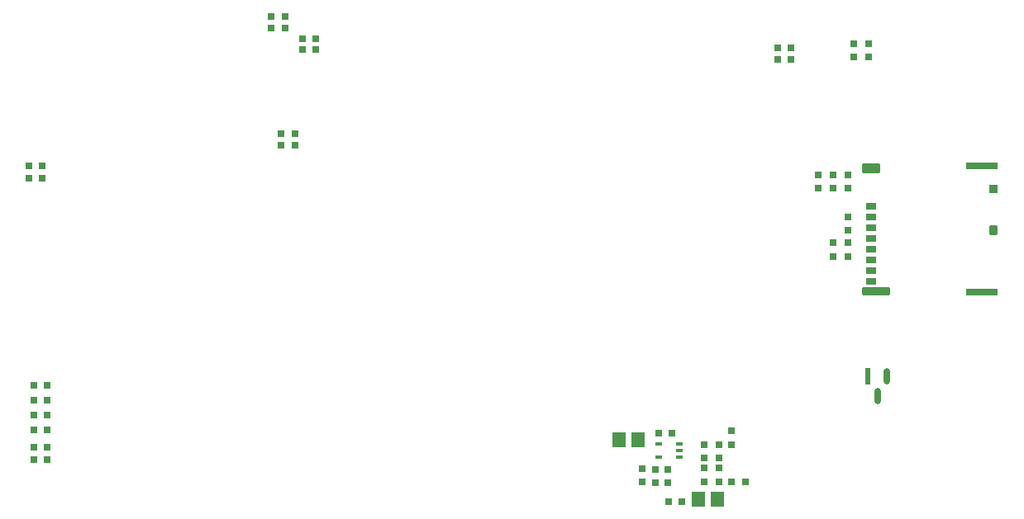
<source format=gbr>
%TF.GenerationSoftware,Altium Limited,Altium Designer,24.9.1 (31)*%
G04 Layer_Color=128*
%FSLAX45Y45*%
%MOMM*%
%TF.SameCoordinates,E868E159-F76C-425E-9157-6F4710699125*%
%TF.FilePolarity,Positive*%
%TF.FileFunction,Paste,Bot*%
%TF.Part,Single*%
G01*
G75*
%TA.AperFunction,SMDPad,CuDef*%
G04:AMPARAMS|DCode=12|XSize=0.76mm|YSize=0.6604mm|CornerRadius=0.08255mm|HoleSize=0mm|Usage=FLASHONLY|Rotation=270.000|XOffset=0mm|YOffset=0mm|HoleType=Round|Shape=RoundedRectangle|*
%AMROUNDEDRECTD12*
21,1,0.76000,0.49530,0,0,270.0*
21,1,0.59490,0.66040,0,0,270.0*
1,1,0.16510,-0.24765,-0.29745*
1,1,0.16510,-0.24765,0.29745*
1,1,0.16510,0.24765,0.29745*
1,1,0.16510,0.24765,-0.29745*
%
%ADD12ROUNDEDRECTD12*%
G04:AMPARAMS|DCode=20|XSize=0.76mm|YSize=0.6604mm|CornerRadius=0.08255mm|HoleSize=0mm|Usage=FLASHONLY|Rotation=180.000|XOffset=0mm|YOffset=0mm|HoleType=Round|Shape=RoundedRectangle|*
%AMROUNDEDRECTD20*
21,1,0.76000,0.49530,0,0,180.0*
21,1,0.59490,0.66040,0,0,180.0*
1,1,0.16510,-0.29745,0.24765*
1,1,0.16510,0.29745,0.24765*
1,1,0.16510,0.29745,-0.24765*
1,1,0.16510,-0.29745,-0.24765*
%
%ADD20ROUNDEDRECTD20*%
%ADD59R,1.33000X1.57000*%
%ADD60R,0.62684X1.68435*%
G04:AMPARAMS|DCode=61|XSize=1.68435mm|YSize=0.62684mm|CornerRadius=0.31342mm|HoleSize=0mm|Usage=FLASHONLY|Rotation=270.000|XOffset=0mm|YOffset=0mm|HoleType=Round|Shape=RoundedRectangle|*
%AMROUNDEDRECTD61*
21,1,1.68435,0.00000,0,0,270.0*
21,1,1.05751,0.62684,0,0,270.0*
1,1,0.62684,0.00000,-0.52875*
1,1,0.62684,0.00000,0.52875*
1,1,0.62684,0.00000,0.52875*
1,1,0.62684,0.00000,-0.52875*
%
%ADD61ROUNDEDRECTD61*%
%ADD62R,0.80000X0.40000*%
G04:AMPARAMS|DCode=63|XSize=0.9mm|YSize=0.93mm|CornerRadius=0.09mm|HoleSize=0mm|Usage=FLASHONLY|Rotation=90.000|XOffset=0mm|YOffset=0mm|HoleType=Round|Shape=RoundedRectangle|*
%AMROUNDEDRECTD63*
21,1,0.90000,0.75000,0,0,90.0*
21,1,0.72000,0.93000,0,0,90.0*
1,1,0.18000,0.37500,0.36000*
1,1,0.18000,0.37500,-0.36000*
1,1,0.18000,-0.37500,-0.36000*
1,1,0.18000,-0.37500,0.36000*
%
%ADD63ROUNDEDRECTD63*%
G04:AMPARAMS|DCode=64|XSize=1.05mm|YSize=0.78mm|CornerRadius=0.078mm|HoleSize=0mm|Usage=FLASHONLY|Rotation=90.000|XOffset=0mm|YOffset=0mm|HoleType=Round|Shape=RoundedRectangle|*
%AMROUNDEDRECTD64*
21,1,1.05000,0.62400,0,0,90.0*
21,1,0.89400,0.78000,0,0,90.0*
1,1,0.15600,0.31200,0.44700*
1,1,0.15600,0.31200,-0.44700*
1,1,0.15600,-0.31200,-0.44700*
1,1,0.15600,-0.31200,0.44700*
%
%ADD64ROUNDEDRECTD64*%
G04:AMPARAMS|DCode=65|XSize=1.04mm|YSize=1.83mm|CornerRadius=0.104mm|HoleSize=0mm|Usage=FLASHONLY|Rotation=90.000|XOffset=0mm|YOffset=0mm|HoleType=Round|Shape=RoundedRectangle|*
%AMROUNDEDRECTD65*
21,1,1.04000,1.62200,0,0,90.0*
21,1,0.83200,1.83000,0,0,90.0*
1,1,0.20800,0.81100,0.41600*
1,1,0.20800,0.81100,-0.41600*
1,1,0.20800,-0.81100,-0.41600*
1,1,0.20800,-0.81100,0.41600*
%
%ADD65ROUNDEDRECTD65*%
G04:AMPARAMS|DCode=66|XSize=0.7mm|YSize=3.3mm|CornerRadius=0.0875mm|HoleSize=0mm|Usage=FLASHONLY|Rotation=90.000|XOffset=0mm|YOffset=0mm|HoleType=Round|Shape=RoundedRectangle|*
%AMROUNDEDRECTD66*
21,1,0.70000,3.12500,0,0,90.0*
21,1,0.52500,3.30000,0,0,90.0*
1,1,0.17500,1.56250,0.26250*
1,1,0.17500,1.56250,-0.26250*
1,1,0.17500,-1.56250,-0.26250*
1,1,0.17500,-1.56250,0.26250*
%
%ADD66ROUNDEDRECTD66*%
G04:AMPARAMS|DCode=67|XSize=0.7mm|YSize=3.3mm|CornerRadius=0.07mm|HoleSize=0mm|Usage=FLASHONLY|Rotation=90.000|XOffset=0mm|YOffset=0mm|HoleType=Round|Shape=RoundedRectangle|*
%AMROUNDEDRECTD67*
21,1,0.70000,3.16000,0,0,90.0*
21,1,0.56000,3.30000,0,0,90.0*
1,1,0.14000,1.58000,0.28000*
1,1,0.14000,1.58000,-0.28000*
1,1,0.14000,-1.58000,-0.28000*
1,1,0.14000,-1.58000,0.28000*
%
%ADD67ROUNDEDRECTD67*%
G04:AMPARAMS|DCode=68|XSize=0.86mm|YSize=2.8mm|CornerRadius=0.086mm|HoleSize=0mm|Usage=FLASHONLY|Rotation=90.000|XOffset=0mm|YOffset=0mm|HoleType=Round|Shape=RoundedRectangle|*
%AMROUNDEDRECTD68*
21,1,0.86000,2.62800,0,0,90.0*
21,1,0.68800,2.80000,0,0,90.0*
1,1,0.17200,1.31400,0.34400*
1,1,0.17200,1.31400,-0.34400*
1,1,0.17200,-1.31400,-0.34400*
1,1,0.17200,-1.31400,0.34400*
%
%ADD68ROUNDEDRECTD68*%
G04:AMPARAMS|DCode=69|XSize=0.7mm|YSize=1.1mm|CornerRadius=0.07mm|HoleSize=0mm|Usage=FLASHONLY|Rotation=90.000|XOffset=0mm|YOffset=0mm|HoleType=Round|Shape=RoundedRectangle|*
%AMROUNDEDRECTD69*
21,1,0.70000,0.96000,0,0,90.0*
21,1,0.56000,1.10000,0,0,90.0*
1,1,0.14000,0.48000,0.28000*
1,1,0.14000,0.48000,-0.28000*
1,1,0.14000,-0.48000,-0.28000*
1,1,0.14000,-0.48000,0.28000*
%
%ADD69ROUNDEDRECTD69*%
D12*
X3968600Y-4444400D02*
D03*
X4108600D02*
D03*
X4857900Y-4940901D02*
D03*
X4717900D02*
D03*
X4210200Y-5143500D02*
D03*
X4070200D02*
D03*
X140000Y-290100D02*
D03*
X0D02*
D03*
X140000Y-165100D02*
D03*
X0D02*
D03*
X241300Y-1485900D02*
D03*
X101300D02*
D03*
Y-1371600D02*
D03*
X241300D02*
D03*
X457200Y-508000D02*
D03*
X317200D02*
D03*
X317500Y-393699D02*
D03*
X457500D02*
D03*
X5324700Y-492200D02*
D03*
X5184700D02*
D03*
Y-606500D02*
D03*
X5324700D02*
D03*
X-2292200Y-4584700D02*
D03*
X-2432200D02*
D03*
X-2292200Y-4711700D02*
D03*
X-2432200D02*
D03*
X-2343000Y-1701800D02*
D03*
X-2483000D02*
D03*
X-2343000Y-1828800D02*
D03*
X-2483000D02*
D03*
X-2292200Y-4254500D02*
D03*
X-2432200D02*
D03*
X-2292200Y-4406900D02*
D03*
X-2432200D02*
D03*
X-2292200Y-3949700D02*
D03*
X-2432200D02*
D03*
X-2292200Y-4102099D02*
D03*
X-2432200D02*
D03*
D20*
X3937000Y-4812700D02*
D03*
Y-4952700D02*
D03*
X4064000Y-4812700D02*
D03*
Y-4952700D02*
D03*
X3797300Y-4806800D02*
D03*
Y-4946800D02*
D03*
X4432300Y-4699300D02*
D03*
Y-4559300D02*
D03*
Y-4940600D02*
D03*
Y-4800600D02*
D03*
X4584700Y-4699600D02*
D03*
Y-4559600D02*
D03*
X4711700Y-4559900D02*
D03*
Y-4419900D02*
D03*
X4584700Y-4800600D02*
D03*
Y-4940600D02*
D03*
X6121399Y-584200D02*
D03*
Y-444200D02*
D03*
X5969000Y-584500D02*
D03*
Y-444500D02*
D03*
X5905500Y-1790400D02*
D03*
Y-1930400D02*
D03*
X5600700Y-1790400D02*
D03*
Y-1930400D02*
D03*
X5905500Y-2362500D02*
D03*
Y-2222500D02*
D03*
X5753100Y-1930100D02*
D03*
Y-1790100D02*
D03*
Y-2489200D02*
D03*
Y-2629200D02*
D03*
X5905500Y-2489200D02*
D03*
Y-2629200D02*
D03*
D59*
X3559100Y-4508500D02*
D03*
X3756100D02*
D03*
X4371900Y-5118100D02*
D03*
X4568900Y-5118100D02*
D03*
D60*
X6114280Y-3858260D02*
D03*
D61*
X6304280D02*
D03*
X6209280Y-4064286D02*
D03*
D62*
X3969200Y-4557199D02*
D03*
Y-4687199D02*
D03*
X4184200D02*
D03*
Y-4622200D02*
D03*
Y-4557199D02*
D03*
D63*
X7394500Y-1933000D02*
D03*
D64*
X7402000Y-2359500D02*
D03*
D65*
X6149500Y-1729000D02*
D03*
D66*
X7276000Y-1702000D02*
D03*
D67*
Y-2998000D02*
D03*
D68*
X6198000Y-2990000D02*
D03*
D69*
X6148000Y-2112000D02*
D03*
Y-2222000D02*
D03*
Y-2332000D02*
D03*
Y-2442000D02*
D03*
Y-2552000D02*
D03*
Y-2662000D02*
D03*
Y-2772000D02*
D03*
Y-2882000D02*
D03*
%TF.MD5,a21343fd5ffe287a6e86fd366b5d3237*%
M02*

</source>
